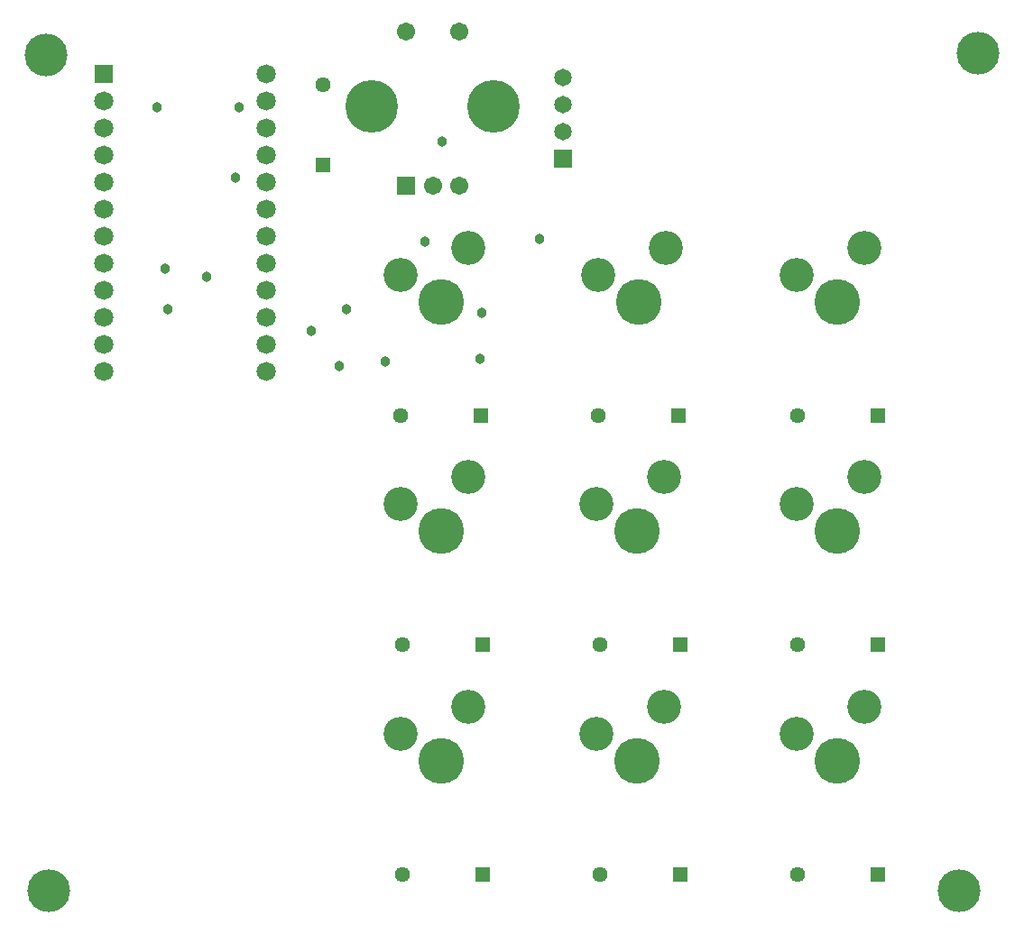
<source format=gts>
G04*
G04 #@! TF.GenerationSoftware,Altium Limited,Altium Designer,25.8.1 (18)*
G04*
G04 Layer_Color=8388736*
%FSLAX25Y25*%
%MOIN*%
G70*
G04*
G04 #@! TF.SameCoordinates,62C80C61-A7C9-4306-83B5-3B4BC263EF3F*
G04*
G04*
G04 #@! TF.FilePolarity,Negative*
G04*
G01*
G75*
G04:AMPARAMS|DCode=15|XSize=70.99mil|YSize=70.99mil|CornerRadius=35.5mil|HoleSize=0mil|Usage=FLASHONLY|Rotation=180.000|XOffset=0mil|YOffset=0mil|HoleType=Round|Shape=RoundedRectangle|*
%AMROUNDEDRECTD15*
21,1,0.07099,0.00000,0,0,180.0*
21,1,0.00000,0.07099,0,0,180.0*
1,1,0.07099,0.00000,0.00000*
1,1,0.07099,0.00000,0.00000*
1,1,0.07099,0.00000,0.00000*
1,1,0.07099,0.00000,0.00000*
%
%ADD15ROUNDEDRECTD15*%
%ADD16R,0.07099X0.07099*%
%ADD17C,0.06706*%
%ADD18R,0.06706X0.06706*%
%ADD19C,0.19461*%
%ADD20R,0.06509X0.06509*%
%ADD21C,0.05674*%
%ADD22R,0.05674X0.05674*%
%ADD23C,0.06509*%
%ADD24C,0.16900*%
%ADD25C,0.12611*%
%ADD26C,0.15800*%
%ADD27R,0.05674X0.05674*%
%ADD28C,0.03800*%
D15*
X111000Y215000D02*
D03*
Y225000D02*
D03*
Y235000D02*
D03*
X171000Y325000D02*
D03*
X111000Y245000D02*
D03*
X171000Y315000D02*
D03*
X111000Y255000D02*
D03*
X171000Y305000D02*
D03*
X111000Y265000D02*
D03*
X171000Y295000D02*
D03*
X111000Y275000D02*
D03*
X171000Y285000D02*
D03*
X111000D02*
D03*
X171000Y275000D02*
D03*
X111000Y295000D02*
D03*
X171000Y265000D02*
D03*
X111000Y305000D02*
D03*
X171000Y255000D02*
D03*
X111000Y315000D02*
D03*
X171000Y245000D02*
D03*
Y235000D02*
D03*
Y225000D02*
D03*
Y215000D02*
D03*
D16*
X111000Y325000D02*
D03*
D17*
X222657Y340587D02*
D03*
X242342Y283500D02*
D03*
Y340587D02*
D03*
X232500Y283500D02*
D03*
D18*
X222657D02*
D03*
D19*
X210059Y313028D02*
D03*
X254941D02*
D03*
D20*
X280500Y293500D02*
D03*
D21*
X192000Y320837D02*
D03*
X367163Y198500D02*
D03*
X293663D02*
D03*
X220663D02*
D03*
X367163Y29000D02*
D03*
X294163D02*
D03*
X221163D02*
D03*
Y114000D02*
D03*
X294163D02*
D03*
X367163D02*
D03*
D22*
X192000Y291163D02*
D03*
D23*
X280500Y303500D02*
D03*
Y313500D02*
D03*
Y323500D02*
D03*
D24*
X235500Y240500D02*
D03*
X382000Y71000D02*
D03*
X308000D02*
D03*
X235500D02*
D03*
X382000Y156000D02*
D03*
X308000D02*
D03*
X235500D02*
D03*
X308500Y240500D02*
D03*
X382000D02*
D03*
D25*
X392000Y176000D02*
D03*
X367000Y166000D02*
D03*
X318000Y176000D02*
D03*
X293000Y166000D02*
D03*
X245500Y260500D02*
D03*
X220500Y250500D02*
D03*
X318500Y260500D02*
D03*
X293500Y250500D02*
D03*
X318000Y91000D02*
D03*
X293000Y81000D02*
D03*
X392000Y91000D02*
D03*
X367000Y81000D02*
D03*
X245500Y91000D02*
D03*
X220500Y81000D02*
D03*
X245500Y176000D02*
D03*
X220500Y166000D02*
D03*
X392000Y260500D02*
D03*
X367000Y250500D02*
D03*
D26*
X434000Y332500D02*
D03*
X90500Y23000D02*
D03*
X427000D02*
D03*
X89500Y332000D02*
D03*
D27*
X323337Y198500D02*
D03*
X396837D02*
D03*
X250337D02*
D03*
X250837Y114000D02*
D03*
X323837D02*
D03*
X396837D02*
D03*
X250837Y29000D02*
D03*
X323837D02*
D03*
X396837D02*
D03*
D28*
X198000Y217000D02*
D03*
X187500Y230000D02*
D03*
X149000Y250000D02*
D03*
X134500Y238000D02*
D03*
X133500Y253000D02*
D03*
X229500Y263000D02*
D03*
X250000Y219500D02*
D03*
X215000Y218500D02*
D03*
X250500Y236500D02*
D03*
X200500Y238000D02*
D03*
X236000Y300000D02*
D03*
X130500Y312500D02*
D03*
X161000D02*
D03*
X159500Y286500D02*
D03*
X272000Y264000D02*
D03*
M02*

</source>
